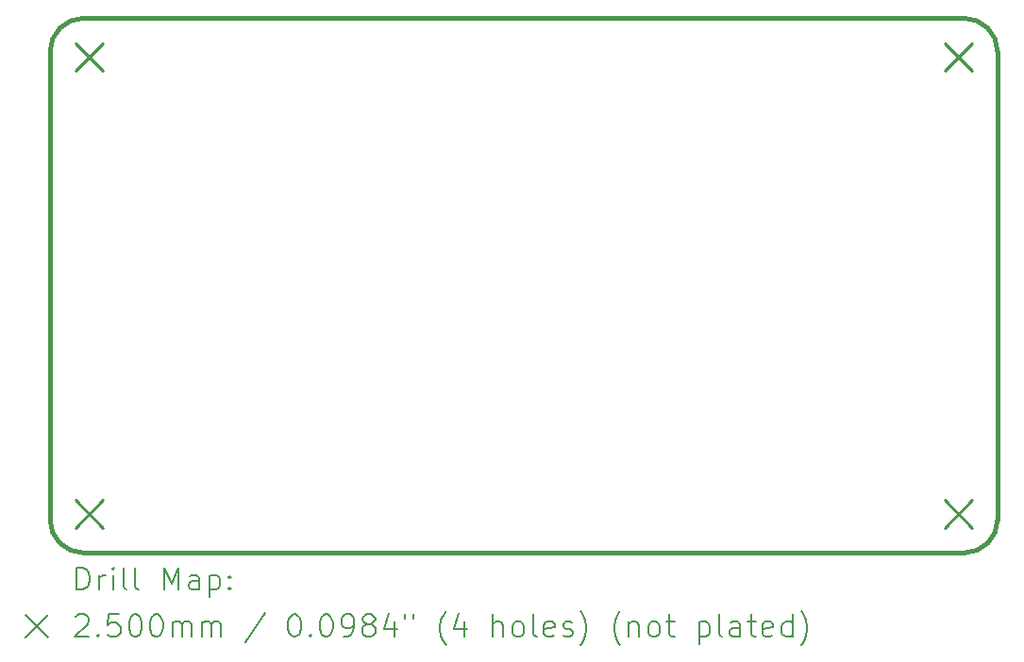
<source format=gbr>
%TF.GenerationSoftware,KiCad,Pcbnew,9.0.2*%
%TF.CreationDate,2025-06-21T15:19:25-04:00*%
%TF.ProjectId,PiGRRL-ButtonPCB,50694752-524c-42d4-9275-74746f6e5043,rev?*%
%TF.SameCoordinates,Original*%
%TF.FileFunction,Drillmap*%
%TF.FilePolarity,Positive*%
%FSLAX45Y45*%
G04 Gerber Fmt 4.5, Leading zero omitted, Abs format (unit mm)*
G04 Created by KiCad (PCBNEW 9.0.2) date 2025-06-21 15:19:25*
%MOMM*%
%LPD*%
G01*
G04 APERTURE LIST*
%ADD10C,0.406400*%
%ADD11C,0.200000*%
%ADD12C,0.250000*%
G04 APERTURE END LIST*
D10*
X19100110Y-8400360D02*
X19100110Y-12600360D01*
X19100110Y-12600360D02*
G75*
G02*
X18800110Y-12900360I-300000J0D01*
G01*
X18800110Y-12900360D02*
X10900110Y-12900360D01*
X10900110Y-12900360D02*
G75*
G02*
X10600110Y-12600360I0J300000D01*
G01*
X10600110Y-12600360D02*
X10600110Y-8400360D01*
X10600110Y-8400360D02*
G75*
G02*
X10900110Y-8100360I300000J0D01*
G01*
X10900110Y-8100360D02*
X18800110Y-8100360D01*
X18800110Y-8100360D02*
G75*
G02*
X19100110Y-8400360I0J-300000D01*
G01*
D11*
D12*
X10825110Y-8325360D02*
X11075110Y-8575360D01*
X11075110Y-8325360D02*
X10825110Y-8575360D01*
X10825110Y-12425360D02*
X11075110Y-12675360D01*
X11075110Y-12425360D02*
X10825110Y-12675360D01*
X18625110Y-8325360D02*
X18875110Y-8575360D01*
X18875110Y-8325360D02*
X18625110Y-8575360D01*
X18625110Y-12425360D02*
X18875110Y-12675360D01*
X18875110Y-12425360D02*
X18625110Y-12675360D01*
D11*
X10840567Y-13232164D02*
X10840567Y-13032164D01*
X10840567Y-13032164D02*
X10888186Y-13032164D01*
X10888186Y-13032164D02*
X10916757Y-13041688D01*
X10916757Y-13041688D02*
X10935805Y-13060735D01*
X10935805Y-13060735D02*
X10945329Y-13079783D01*
X10945329Y-13079783D02*
X10954853Y-13117878D01*
X10954853Y-13117878D02*
X10954853Y-13146449D01*
X10954853Y-13146449D02*
X10945329Y-13184545D01*
X10945329Y-13184545D02*
X10935805Y-13203592D01*
X10935805Y-13203592D02*
X10916757Y-13222640D01*
X10916757Y-13222640D02*
X10888186Y-13232164D01*
X10888186Y-13232164D02*
X10840567Y-13232164D01*
X11040567Y-13232164D02*
X11040567Y-13098830D01*
X11040567Y-13136926D02*
X11050091Y-13117878D01*
X11050091Y-13117878D02*
X11059614Y-13108354D01*
X11059614Y-13108354D02*
X11078662Y-13098830D01*
X11078662Y-13098830D02*
X11097710Y-13098830D01*
X11164376Y-13232164D02*
X11164376Y-13098830D01*
X11164376Y-13032164D02*
X11154853Y-13041688D01*
X11154853Y-13041688D02*
X11164376Y-13051211D01*
X11164376Y-13051211D02*
X11173900Y-13041688D01*
X11173900Y-13041688D02*
X11164376Y-13032164D01*
X11164376Y-13032164D02*
X11164376Y-13051211D01*
X11288186Y-13232164D02*
X11269138Y-13222640D01*
X11269138Y-13222640D02*
X11259614Y-13203592D01*
X11259614Y-13203592D02*
X11259614Y-13032164D01*
X11392948Y-13232164D02*
X11373900Y-13222640D01*
X11373900Y-13222640D02*
X11364376Y-13203592D01*
X11364376Y-13203592D02*
X11364376Y-13032164D01*
X11621519Y-13232164D02*
X11621519Y-13032164D01*
X11621519Y-13032164D02*
X11688186Y-13175021D01*
X11688186Y-13175021D02*
X11754852Y-13032164D01*
X11754852Y-13032164D02*
X11754852Y-13232164D01*
X11935805Y-13232164D02*
X11935805Y-13127402D01*
X11935805Y-13127402D02*
X11926281Y-13108354D01*
X11926281Y-13108354D02*
X11907233Y-13098830D01*
X11907233Y-13098830D02*
X11869138Y-13098830D01*
X11869138Y-13098830D02*
X11850091Y-13108354D01*
X11935805Y-13222640D02*
X11916757Y-13232164D01*
X11916757Y-13232164D02*
X11869138Y-13232164D01*
X11869138Y-13232164D02*
X11850091Y-13222640D01*
X11850091Y-13222640D02*
X11840567Y-13203592D01*
X11840567Y-13203592D02*
X11840567Y-13184545D01*
X11840567Y-13184545D02*
X11850091Y-13165497D01*
X11850091Y-13165497D02*
X11869138Y-13155973D01*
X11869138Y-13155973D02*
X11916757Y-13155973D01*
X11916757Y-13155973D02*
X11935805Y-13146449D01*
X12031043Y-13098830D02*
X12031043Y-13298830D01*
X12031043Y-13108354D02*
X12050091Y-13098830D01*
X12050091Y-13098830D02*
X12088186Y-13098830D01*
X12088186Y-13098830D02*
X12107233Y-13108354D01*
X12107233Y-13108354D02*
X12116757Y-13117878D01*
X12116757Y-13117878D02*
X12126281Y-13136926D01*
X12126281Y-13136926D02*
X12126281Y-13194068D01*
X12126281Y-13194068D02*
X12116757Y-13213116D01*
X12116757Y-13213116D02*
X12107233Y-13222640D01*
X12107233Y-13222640D02*
X12088186Y-13232164D01*
X12088186Y-13232164D02*
X12050091Y-13232164D01*
X12050091Y-13232164D02*
X12031043Y-13222640D01*
X12211995Y-13213116D02*
X12221519Y-13222640D01*
X12221519Y-13222640D02*
X12211995Y-13232164D01*
X12211995Y-13232164D02*
X12202472Y-13222640D01*
X12202472Y-13222640D02*
X12211995Y-13213116D01*
X12211995Y-13213116D02*
X12211995Y-13232164D01*
X12211995Y-13108354D02*
X12221519Y-13117878D01*
X12221519Y-13117878D02*
X12211995Y-13127402D01*
X12211995Y-13127402D02*
X12202472Y-13117878D01*
X12202472Y-13117878D02*
X12211995Y-13108354D01*
X12211995Y-13108354D02*
X12211995Y-13127402D01*
X10379790Y-13460680D02*
X10579790Y-13660680D01*
X10579790Y-13460680D02*
X10379790Y-13660680D01*
X10831043Y-13471211D02*
X10840567Y-13461688D01*
X10840567Y-13461688D02*
X10859614Y-13452164D01*
X10859614Y-13452164D02*
X10907234Y-13452164D01*
X10907234Y-13452164D02*
X10926281Y-13461688D01*
X10926281Y-13461688D02*
X10935805Y-13471211D01*
X10935805Y-13471211D02*
X10945329Y-13490259D01*
X10945329Y-13490259D02*
X10945329Y-13509307D01*
X10945329Y-13509307D02*
X10935805Y-13537878D01*
X10935805Y-13537878D02*
X10821519Y-13652164D01*
X10821519Y-13652164D02*
X10945329Y-13652164D01*
X11031043Y-13633116D02*
X11040567Y-13642640D01*
X11040567Y-13642640D02*
X11031043Y-13652164D01*
X11031043Y-13652164D02*
X11021519Y-13642640D01*
X11021519Y-13642640D02*
X11031043Y-13633116D01*
X11031043Y-13633116D02*
X11031043Y-13652164D01*
X11221519Y-13452164D02*
X11126281Y-13452164D01*
X11126281Y-13452164D02*
X11116757Y-13547402D01*
X11116757Y-13547402D02*
X11126281Y-13537878D01*
X11126281Y-13537878D02*
X11145329Y-13528354D01*
X11145329Y-13528354D02*
X11192948Y-13528354D01*
X11192948Y-13528354D02*
X11211995Y-13537878D01*
X11211995Y-13537878D02*
X11221519Y-13547402D01*
X11221519Y-13547402D02*
X11231043Y-13566449D01*
X11231043Y-13566449D02*
X11231043Y-13614068D01*
X11231043Y-13614068D02*
X11221519Y-13633116D01*
X11221519Y-13633116D02*
X11211995Y-13642640D01*
X11211995Y-13642640D02*
X11192948Y-13652164D01*
X11192948Y-13652164D02*
X11145329Y-13652164D01*
X11145329Y-13652164D02*
X11126281Y-13642640D01*
X11126281Y-13642640D02*
X11116757Y-13633116D01*
X11354852Y-13452164D02*
X11373900Y-13452164D01*
X11373900Y-13452164D02*
X11392948Y-13461688D01*
X11392948Y-13461688D02*
X11402472Y-13471211D01*
X11402472Y-13471211D02*
X11411995Y-13490259D01*
X11411995Y-13490259D02*
X11421519Y-13528354D01*
X11421519Y-13528354D02*
X11421519Y-13575973D01*
X11421519Y-13575973D02*
X11411995Y-13614068D01*
X11411995Y-13614068D02*
X11402472Y-13633116D01*
X11402472Y-13633116D02*
X11392948Y-13642640D01*
X11392948Y-13642640D02*
X11373900Y-13652164D01*
X11373900Y-13652164D02*
X11354852Y-13652164D01*
X11354852Y-13652164D02*
X11335805Y-13642640D01*
X11335805Y-13642640D02*
X11326281Y-13633116D01*
X11326281Y-13633116D02*
X11316757Y-13614068D01*
X11316757Y-13614068D02*
X11307233Y-13575973D01*
X11307233Y-13575973D02*
X11307233Y-13528354D01*
X11307233Y-13528354D02*
X11316757Y-13490259D01*
X11316757Y-13490259D02*
X11326281Y-13471211D01*
X11326281Y-13471211D02*
X11335805Y-13461688D01*
X11335805Y-13461688D02*
X11354852Y-13452164D01*
X11545329Y-13452164D02*
X11564376Y-13452164D01*
X11564376Y-13452164D02*
X11583424Y-13461688D01*
X11583424Y-13461688D02*
X11592948Y-13471211D01*
X11592948Y-13471211D02*
X11602472Y-13490259D01*
X11602472Y-13490259D02*
X11611995Y-13528354D01*
X11611995Y-13528354D02*
X11611995Y-13575973D01*
X11611995Y-13575973D02*
X11602472Y-13614068D01*
X11602472Y-13614068D02*
X11592948Y-13633116D01*
X11592948Y-13633116D02*
X11583424Y-13642640D01*
X11583424Y-13642640D02*
X11564376Y-13652164D01*
X11564376Y-13652164D02*
X11545329Y-13652164D01*
X11545329Y-13652164D02*
X11526281Y-13642640D01*
X11526281Y-13642640D02*
X11516757Y-13633116D01*
X11516757Y-13633116D02*
X11507233Y-13614068D01*
X11507233Y-13614068D02*
X11497710Y-13575973D01*
X11497710Y-13575973D02*
X11497710Y-13528354D01*
X11497710Y-13528354D02*
X11507233Y-13490259D01*
X11507233Y-13490259D02*
X11516757Y-13471211D01*
X11516757Y-13471211D02*
X11526281Y-13461688D01*
X11526281Y-13461688D02*
X11545329Y-13452164D01*
X11697710Y-13652164D02*
X11697710Y-13518830D01*
X11697710Y-13537878D02*
X11707233Y-13528354D01*
X11707233Y-13528354D02*
X11726281Y-13518830D01*
X11726281Y-13518830D02*
X11754853Y-13518830D01*
X11754853Y-13518830D02*
X11773900Y-13528354D01*
X11773900Y-13528354D02*
X11783424Y-13547402D01*
X11783424Y-13547402D02*
X11783424Y-13652164D01*
X11783424Y-13547402D02*
X11792948Y-13528354D01*
X11792948Y-13528354D02*
X11811995Y-13518830D01*
X11811995Y-13518830D02*
X11840567Y-13518830D01*
X11840567Y-13518830D02*
X11859614Y-13528354D01*
X11859614Y-13528354D02*
X11869138Y-13547402D01*
X11869138Y-13547402D02*
X11869138Y-13652164D01*
X11964376Y-13652164D02*
X11964376Y-13518830D01*
X11964376Y-13537878D02*
X11973900Y-13528354D01*
X11973900Y-13528354D02*
X11992948Y-13518830D01*
X11992948Y-13518830D02*
X12021519Y-13518830D01*
X12021519Y-13518830D02*
X12040567Y-13528354D01*
X12040567Y-13528354D02*
X12050091Y-13547402D01*
X12050091Y-13547402D02*
X12050091Y-13652164D01*
X12050091Y-13547402D02*
X12059614Y-13528354D01*
X12059614Y-13528354D02*
X12078662Y-13518830D01*
X12078662Y-13518830D02*
X12107233Y-13518830D01*
X12107233Y-13518830D02*
X12126281Y-13528354D01*
X12126281Y-13528354D02*
X12135805Y-13547402D01*
X12135805Y-13547402D02*
X12135805Y-13652164D01*
X12526281Y-13442640D02*
X12354853Y-13699783D01*
X12783424Y-13452164D02*
X12802472Y-13452164D01*
X12802472Y-13452164D02*
X12821519Y-13461688D01*
X12821519Y-13461688D02*
X12831043Y-13471211D01*
X12831043Y-13471211D02*
X12840567Y-13490259D01*
X12840567Y-13490259D02*
X12850091Y-13528354D01*
X12850091Y-13528354D02*
X12850091Y-13575973D01*
X12850091Y-13575973D02*
X12840567Y-13614068D01*
X12840567Y-13614068D02*
X12831043Y-13633116D01*
X12831043Y-13633116D02*
X12821519Y-13642640D01*
X12821519Y-13642640D02*
X12802472Y-13652164D01*
X12802472Y-13652164D02*
X12783424Y-13652164D01*
X12783424Y-13652164D02*
X12764376Y-13642640D01*
X12764376Y-13642640D02*
X12754853Y-13633116D01*
X12754853Y-13633116D02*
X12745329Y-13614068D01*
X12745329Y-13614068D02*
X12735805Y-13575973D01*
X12735805Y-13575973D02*
X12735805Y-13528354D01*
X12735805Y-13528354D02*
X12745329Y-13490259D01*
X12745329Y-13490259D02*
X12754853Y-13471211D01*
X12754853Y-13471211D02*
X12764376Y-13461688D01*
X12764376Y-13461688D02*
X12783424Y-13452164D01*
X12935805Y-13633116D02*
X12945329Y-13642640D01*
X12945329Y-13642640D02*
X12935805Y-13652164D01*
X12935805Y-13652164D02*
X12926281Y-13642640D01*
X12926281Y-13642640D02*
X12935805Y-13633116D01*
X12935805Y-13633116D02*
X12935805Y-13652164D01*
X13069138Y-13452164D02*
X13088186Y-13452164D01*
X13088186Y-13452164D02*
X13107234Y-13461688D01*
X13107234Y-13461688D02*
X13116757Y-13471211D01*
X13116757Y-13471211D02*
X13126281Y-13490259D01*
X13126281Y-13490259D02*
X13135805Y-13528354D01*
X13135805Y-13528354D02*
X13135805Y-13575973D01*
X13135805Y-13575973D02*
X13126281Y-13614068D01*
X13126281Y-13614068D02*
X13116757Y-13633116D01*
X13116757Y-13633116D02*
X13107234Y-13642640D01*
X13107234Y-13642640D02*
X13088186Y-13652164D01*
X13088186Y-13652164D02*
X13069138Y-13652164D01*
X13069138Y-13652164D02*
X13050091Y-13642640D01*
X13050091Y-13642640D02*
X13040567Y-13633116D01*
X13040567Y-13633116D02*
X13031043Y-13614068D01*
X13031043Y-13614068D02*
X13021519Y-13575973D01*
X13021519Y-13575973D02*
X13021519Y-13528354D01*
X13021519Y-13528354D02*
X13031043Y-13490259D01*
X13031043Y-13490259D02*
X13040567Y-13471211D01*
X13040567Y-13471211D02*
X13050091Y-13461688D01*
X13050091Y-13461688D02*
X13069138Y-13452164D01*
X13231043Y-13652164D02*
X13269138Y-13652164D01*
X13269138Y-13652164D02*
X13288186Y-13642640D01*
X13288186Y-13642640D02*
X13297710Y-13633116D01*
X13297710Y-13633116D02*
X13316757Y-13604545D01*
X13316757Y-13604545D02*
X13326281Y-13566449D01*
X13326281Y-13566449D02*
X13326281Y-13490259D01*
X13326281Y-13490259D02*
X13316757Y-13471211D01*
X13316757Y-13471211D02*
X13307234Y-13461688D01*
X13307234Y-13461688D02*
X13288186Y-13452164D01*
X13288186Y-13452164D02*
X13250091Y-13452164D01*
X13250091Y-13452164D02*
X13231043Y-13461688D01*
X13231043Y-13461688D02*
X13221519Y-13471211D01*
X13221519Y-13471211D02*
X13211996Y-13490259D01*
X13211996Y-13490259D02*
X13211996Y-13537878D01*
X13211996Y-13537878D02*
X13221519Y-13556926D01*
X13221519Y-13556926D02*
X13231043Y-13566449D01*
X13231043Y-13566449D02*
X13250091Y-13575973D01*
X13250091Y-13575973D02*
X13288186Y-13575973D01*
X13288186Y-13575973D02*
X13307234Y-13566449D01*
X13307234Y-13566449D02*
X13316757Y-13556926D01*
X13316757Y-13556926D02*
X13326281Y-13537878D01*
X13440567Y-13537878D02*
X13421519Y-13528354D01*
X13421519Y-13528354D02*
X13411996Y-13518830D01*
X13411996Y-13518830D02*
X13402472Y-13499783D01*
X13402472Y-13499783D02*
X13402472Y-13490259D01*
X13402472Y-13490259D02*
X13411996Y-13471211D01*
X13411996Y-13471211D02*
X13421519Y-13461688D01*
X13421519Y-13461688D02*
X13440567Y-13452164D01*
X13440567Y-13452164D02*
X13478662Y-13452164D01*
X13478662Y-13452164D02*
X13497710Y-13461688D01*
X13497710Y-13461688D02*
X13507234Y-13471211D01*
X13507234Y-13471211D02*
X13516757Y-13490259D01*
X13516757Y-13490259D02*
X13516757Y-13499783D01*
X13516757Y-13499783D02*
X13507234Y-13518830D01*
X13507234Y-13518830D02*
X13497710Y-13528354D01*
X13497710Y-13528354D02*
X13478662Y-13537878D01*
X13478662Y-13537878D02*
X13440567Y-13537878D01*
X13440567Y-13537878D02*
X13421519Y-13547402D01*
X13421519Y-13547402D02*
X13411996Y-13556926D01*
X13411996Y-13556926D02*
X13402472Y-13575973D01*
X13402472Y-13575973D02*
X13402472Y-13614068D01*
X13402472Y-13614068D02*
X13411996Y-13633116D01*
X13411996Y-13633116D02*
X13421519Y-13642640D01*
X13421519Y-13642640D02*
X13440567Y-13652164D01*
X13440567Y-13652164D02*
X13478662Y-13652164D01*
X13478662Y-13652164D02*
X13497710Y-13642640D01*
X13497710Y-13642640D02*
X13507234Y-13633116D01*
X13507234Y-13633116D02*
X13516757Y-13614068D01*
X13516757Y-13614068D02*
X13516757Y-13575973D01*
X13516757Y-13575973D02*
X13507234Y-13556926D01*
X13507234Y-13556926D02*
X13497710Y-13547402D01*
X13497710Y-13547402D02*
X13478662Y-13537878D01*
X13688186Y-13518830D02*
X13688186Y-13652164D01*
X13640567Y-13442640D02*
X13592948Y-13585497D01*
X13592948Y-13585497D02*
X13716757Y-13585497D01*
X13783424Y-13452164D02*
X13783424Y-13490259D01*
X13859615Y-13452164D02*
X13859615Y-13490259D01*
X14154853Y-13728354D02*
X14145329Y-13718830D01*
X14145329Y-13718830D02*
X14126281Y-13690259D01*
X14126281Y-13690259D02*
X14116758Y-13671211D01*
X14116758Y-13671211D02*
X14107234Y-13642640D01*
X14107234Y-13642640D02*
X14097710Y-13595021D01*
X14097710Y-13595021D02*
X14097710Y-13556926D01*
X14097710Y-13556926D02*
X14107234Y-13509307D01*
X14107234Y-13509307D02*
X14116758Y-13480735D01*
X14116758Y-13480735D02*
X14126281Y-13461688D01*
X14126281Y-13461688D02*
X14145329Y-13433116D01*
X14145329Y-13433116D02*
X14154853Y-13423592D01*
X14316758Y-13518830D02*
X14316758Y-13652164D01*
X14269138Y-13442640D02*
X14221519Y-13585497D01*
X14221519Y-13585497D02*
X14345329Y-13585497D01*
X14573900Y-13652164D02*
X14573900Y-13452164D01*
X14659615Y-13652164D02*
X14659615Y-13547402D01*
X14659615Y-13547402D02*
X14650091Y-13528354D01*
X14650091Y-13528354D02*
X14631043Y-13518830D01*
X14631043Y-13518830D02*
X14602472Y-13518830D01*
X14602472Y-13518830D02*
X14583424Y-13528354D01*
X14583424Y-13528354D02*
X14573900Y-13537878D01*
X14783424Y-13652164D02*
X14764377Y-13642640D01*
X14764377Y-13642640D02*
X14754853Y-13633116D01*
X14754853Y-13633116D02*
X14745329Y-13614068D01*
X14745329Y-13614068D02*
X14745329Y-13556926D01*
X14745329Y-13556926D02*
X14754853Y-13537878D01*
X14754853Y-13537878D02*
X14764377Y-13528354D01*
X14764377Y-13528354D02*
X14783424Y-13518830D01*
X14783424Y-13518830D02*
X14811996Y-13518830D01*
X14811996Y-13518830D02*
X14831043Y-13528354D01*
X14831043Y-13528354D02*
X14840567Y-13537878D01*
X14840567Y-13537878D02*
X14850091Y-13556926D01*
X14850091Y-13556926D02*
X14850091Y-13614068D01*
X14850091Y-13614068D02*
X14840567Y-13633116D01*
X14840567Y-13633116D02*
X14831043Y-13642640D01*
X14831043Y-13642640D02*
X14811996Y-13652164D01*
X14811996Y-13652164D02*
X14783424Y-13652164D01*
X14964377Y-13652164D02*
X14945329Y-13642640D01*
X14945329Y-13642640D02*
X14935805Y-13623592D01*
X14935805Y-13623592D02*
X14935805Y-13452164D01*
X15116758Y-13642640D02*
X15097710Y-13652164D01*
X15097710Y-13652164D02*
X15059615Y-13652164D01*
X15059615Y-13652164D02*
X15040567Y-13642640D01*
X15040567Y-13642640D02*
X15031043Y-13623592D01*
X15031043Y-13623592D02*
X15031043Y-13547402D01*
X15031043Y-13547402D02*
X15040567Y-13528354D01*
X15040567Y-13528354D02*
X15059615Y-13518830D01*
X15059615Y-13518830D02*
X15097710Y-13518830D01*
X15097710Y-13518830D02*
X15116758Y-13528354D01*
X15116758Y-13528354D02*
X15126281Y-13547402D01*
X15126281Y-13547402D02*
X15126281Y-13566449D01*
X15126281Y-13566449D02*
X15031043Y-13585497D01*
X15202472Y-13642640D02*
X15221520Y-13652164D01*
X15221520Y-13652164D02*
X15259615Y-13652164D01*
X15259615Y-13652164D02*
X15278662Y-13642640D01*
X15278662Y-13642640D02*
X15288186Y-13623592D01*
X15288186Y-13623592D02*
X15288186Y-13614068D01*
X15288186Y-13614068D02*
X15278662Y-13595021D01*
X15278662Y-13595021D02*
X15259615Y-13585497D01*
X15259615Y-13585497D02*
X15231043Y-13585497D01*
X15231043Y-13585497D02*
X15211996Y-13575973D01*
X15211996Y-13575973D02*
X15202472Y-13556926D01*
X15202472Y-13556926D02*
X15202472Y-13547402D01*
X15202472Y-13547402D02*
X15211996Y-13528354D01*
X15211996Y-13528354D02*
X15231043Y-13518830D01*
X15231043Y-13518830D02*
X15259615Y-13518830D01*
X15259615Y-13518830D02*
X15278662Y-13528354D01*
X15354853Y-13728354D02*
X15364377Y-13718830D01*
X15364377Y-13718830D02*
X15383424Y-13690259D01*
X15383424Y-13690259D02*
X15392948Y-13671211D01*
X15392948Y-13671211D02*
X15402472Y-13642640D01*
X15402472Y-13642640D02*
X15411996Y-13595021D01*
X15411996Y-13595021D02*
X15411996Y-13556926D01*
X15411996Y-13556926D02*
X15402472Y-13509307D01*
X15402472Y-13509307D02*
X15392948Y-13480735D01*
X15392948Y-13480735D02*
X15383424Y-13461688D01*
X15383424Y-13461688D02*
X15364377Y-13433116D01*
X15364377Y-13433116D02*
X15354853Y-13423592D01*
X15716758Y-13728354D02*
X15707234Y-13718830D01*
X15707234Y-13718830D02*
X15688186Y-13690259D01*
X15688186Y-13690259D02*
X15678662Y-13671211D01*
X15678662Y-13671211D02*
X15669139Y-13642640D01*
X15669139Y-13642640D02*
X15659615Y-13595021D01*
X15659615Y-13595021D02*
X15659615Y-13556926D01*
X15659615Y-13556926D02*
X15669139Y-13509307D01*
X15669139Y-13509307D02*
X15678662Y-13480735D01*
X15678662Y-13480735D02*
X15688186Y-13461688D01*
X15688186Y-13461688D02*
X15707234Y-13433116D01*
X15707234Y-13433116D02*
X15716758Y-13423592D01*
X15792948Y-13518830D02*
X15792948Y-13652164D01*
X15792948Y-13537878D02*
X15802472Y-13528354D01*
X15802472Y-13528354D02*
X15821520Y-13518830D01*
X15821520Y-13518830D02*
X15850091Y-13518830D01*
X15850091Y-13518830D02*
X15869139Y-13528354D01*
X15869139Y-13528354D02*
X15878662Y-13547402D01*
X15878662Y-13547402D02*
X15878662Y-13652164D01*
X16002472Y-13652164D02*
X15983424Y-13642640D01*
X15983424Y-13642640D02*
X15973901Y-13633116D01*
X15973901Y-13633116D02*
X15964377Y-13614068D01*
X15964377Y-13614068D02*
X15964377Y-13556926D01*
X15964377Y-13556926D02*
X15973901Y-13537878D01*
X15973901Y-13537878D02*
X15983424Y-13528354D01*
X15983424Y-13528354D02*
X16002472Y-13518830D01*
X16002472Y-13518830D02*
X16031043Y-13518830D01*
X16031043Y-13518830D02*
X16050091Y-13528354D01*
X16050091Y-13528354D02*
X16059615Y-13537878D01*
X16059615Y-13537878D02*
X16069139Y-13556926D01*
X16069139Y-13556926D02*
X16069139Y-13614068D01*
X16069139Y-13614068D02*
X16059615Y-13633116D01*
X16059615Y-13633116D02*
X16050091Y-13642640D01*
X16050091Y-13642640D02*
X16031043Y-13652164D01*
X16031043Y-13652164D02*
X16002472Y-13652164D01*
X16126282Y-13518830D02*
X16202472Y-13518830D01*
X16154853Y-13452164D02*
X16154853Y-13623592D01*
X16154853Y-13623592D02*
X16164377Y-13642640D01*
X16164377Y-13642640D02*
X16183424Y-13652164D01*
X16183424Y-13652164D02*
X16202472Y-13652164D01*
X16421520Y-13518830D02*
X16421520Y-13718830D01*
X16421520Y-13528354D02*
X16440567Y-13518830D01*
X16440567Y-13518830D02*
X16478663Y-13518830D01*
X16478663Y-13518830D02*
X16497710Y-13528354D01*
X16497710Y-13528354D02*
X16507234Y-13537878D01*
X16507234Y-13537878D02*
X16516758Y-13556926D01*
X16516758Y-13556926D02*
X16516758Y-13614068D01*
X16516758Y-13614068D02*
X16507234Y-13633116D01*
X16507234Y-13633116D02*
X16497710Y-13642640D01*
X16497710Y-13642640D02*
X16478663Y-13652164D01*
X16478663Y-13652164D02*
X16440567Y-13652164D01*
X16440567Y-13652164D02*
X16421520Y-13642640D01*
X16631043Y-13652164D02*
X16611996Y-13642640D01*
X16611996Y-13642640D02*
X16602472Y-13623592D01*
X16602472Y-13623592D02*
X16602472Y-13452164D01*
X16792948Y-13652164D02*
X16792948Y-13547402D01*
X16792948Y-13547402D02*
X16783425Y-13528354D01*
X16783425Y-13528354D02*
X16764377Y-13518830D01*
X16764377Y-13518830D02*
X16726282Y-13518830D01*
X16726282Y-13518830D02*
X16707234Y-13528354D01*
X16792948Y-13642640D02*
X16773901Y-13652164D01*
X16773901Y-13652164D02*
X16726282Y-13652164D01*
X16726282Y-13652164D02*
X16707234Y-13642640D01*
X16707234Y-13642640D02*
X16697710Y-13623592D01*
X16697710Y-13623592D02*
X16697710Y-13604545D01*
X16697710Y-13604545D02*
X16707234Y-13585497D01*
X16707234Y-13585497D02*
X16726282Y-13575973D01*
X16726282Y-13575973D02*
X16773901Y-13575973D01*
X16773901Y-13575973D02*
X16792948Y-13566449D01*
X16859615Y-13518830D02*
X16935805Y-13518830D01*
X16888186Y-13452164D02*
X16888186Y-13623592D01*
X16888186Y-13623592D02*
X16897710Y-13642640D01*
X16897710Y-13642640D02*
X16916758Y-13652164D01*
X16916758Y-13652164D02*
X16935805Y-13652164D01*
X17078663Y-13642640D02*
X17059615Y-13652164D01*
X17059615Y-13652164D02*
X17021520Y-13652164D01*
X17021520Y-13652164D02*
X17002472Y-13642640D01*
X17002472Y-13642640D02*
X16992948Y-13623592D01*
X16992948Y-13623592D02*
X16992948Y-13547402D01*
X16992948Y-13547402D02*
X17002472Y-13528354D01*
X17002472Y-13528354D02*
X17021520Y-13518830D01*
X17021520Y-13518830D02*
X17059615Y-13518830D01*
X17059615Y-13518830D02*
X17078663Y-13528354D01*
X17078663Y-13528354D02*
X17088186Y-13547402D01*
X17088186Y-13547402D02*
X17088186Y-13566449D01*
X17088186Y-13566449D02*
X16992948Y-13585497D01*
X17259615Y-13652164D02*
X17259615Y-13452164D01*
X17259615Y-13642640D02*
X17240567Y-13652164D01*
X17240567Y-13652164D02*
X17202472Y-13652164D01*
X17202472Y-13652164D02*
X17183425Y-13642640D01*
X17183425Y-13642640D02*
X17173901Y-13633116D01*
X17173901Y-13633116D02*
X17164377Y-13614068D01*
X17164377Y-13614068D02*
X17164377Y-13556926D01*
X17164377Y-13556926D02*
X17173901Y-13537878D01*
X17173901Y-13537878D02*
X17183425Y-13528354D01*
X17183425Y-13528354D02*
X17202472Y-13518830D01*
X17202472Y-13518830D02*
X17240567Y-13518830D01*
X17240567Y-13518830D02*
X17259615Y-13528354D01*
X17335806Y-13728354D02*
X17345329Y-13718830D01*
X17345329Y-13718830D02*
X17364377Y-13690259D01*
X17364377Y-13690259D02*
X17373901Y-13671211D01*
X17373901Y-13671211D02*
X17383425Y-13642640D01*
X17383425Y-13642640D02*
X17392948Y-13595021D01*
X17392948Y-13595021D02*
X17392948Y-13556926D01*
X17392948Y-13556926D02*
X17383425Y-13509307D01*
X17383425Y-13509307D02*
X17373901Y-13480735D01*
X17373901Y-13480735D02*
X17364377Y-13461688D01*
X17364377Y-13461688D02*
X17345329Y-13433116D01*
X17345329Y-13433116D02*
X17335806Y-13423592D01*
M02*

</source>
